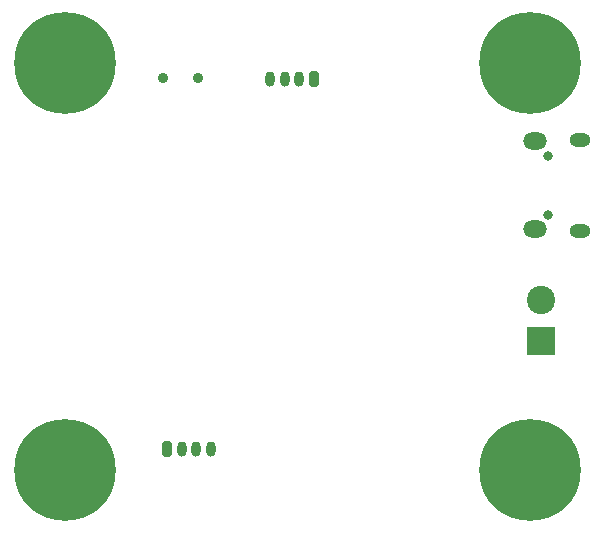
<source format=gbr>
%TF.GenerationSoftware,KiCad,Pcbnew,(6.0.1)*%
%TF.CreationDate,2022-05-18T16:29:04+06:30*%
%TF.ProjectId,STM32_USB_Buck,53544d33-325f-4555-9342-5f4275636b2e,v1.0*%
%TF.SameCoordinates,Original*%
%TF.FileFunction,Soldermask,Bot*%
%TF.FilePolarity,Negative*%
%FSLAX46Y46*%
G04 Gerber Fmt 4.6, Leading zero omitted, Abs format (unit mm)*
G04 Created by KiCad (PCBNEW (6.0.1)) date 2022-05-18 16:29:04*
%MOMM*%
%LPD*%
G01*
G04 APERTURE LIST*
G04 Aperture macros list*
%AMRoundRect*
0 Rectangle with rounded corners*
0 $1 Rounding radius*
0 $2 $3 $4 $5 $6 $7 $8 $9 X,Y pos of 4 corners*
0 Add a 4 corners polygon primitive as box body*
4,1,4,$2,$3,$4,$5,$6,$7,$8,$9,$2,$3,0*
0 Add four circle primitives for the rounded corners*
1,1,$1+$1,$2,$3*
1,1,$1+$1,$4,$5*
1,1,$1+$1,$6,$7*
1,1,$1+$1,$8,$9*
0 Add four rect primitives between the rounded corners*
20,1,$1+$1,$2,$3,$4,$5,0*
20,1,$1+$1,$4,$5,$6,$7,0*
20,1,$1+$1,$6,$7,$8,$9,0*
20,1,$1+$1,$8,$9,$2,$3,0*%
G04 Aperture macros list end*
%ADD10C,0.900000*%
%ADD11C,8.600000*%
%ADD12RoundRect,0.200000X-0.200000X-0.450000X0.200000X-0.450000X0.200000X0.450000X-0.200000X0.450000X0*%
%ADD13O,0.800000X1.300000*%
%ADD14RoundRect,0.200000X0.200000X0.450000X-0.200000X0.450000X-0.200000X-0.450000X0.200000X-0.450000X0*%
%ADD15R,2.400000X2.400000*%
%ADD16C,2.400000*%
%ADD17O,0.800000X0.800000*%
%ADD18O,1.800000X1.150000*%
%ADD19O,2.000000X1.450000*%
G04 APERTURE END LIST*
D10*
%TO.C,H1*%
X166339019Y-90723219D03*
X161778181Y-86162381D03*
X161778181Y-90723219D03*
X167283600Y-88442800D03*
D11*
X164058600Y-88442800D03*
D10*
X164058600Y-85217800D03*
X164058600Y-91667800D03*
X160833600Y-88442800D03*
X166339019Y-86162381D03*
%TD*%
%TO.C,SW1*%
X136000000Y-89670000D03*
X133000000Y-89670000D03*
%TD*%
%TO.C,H3*%
X166339019Y-120655581D03*
X164058600Y-119711000D03*
X161778181Y-120655581D03*
D11*
X164058600Y-122936000D03*
D10*
X160833600Y-122936000D03*
X167283600Y-122936000D03*
X166339019Y-125216419D03*
X164058600Y-126161000D03*
X161778181Y-125216419D03*
%TD*%
D12*
%TO.C,J3*%
X133325000Y-121150000D03*
D13*
X134575000Y-121150000D03*
X135825000Y-121150000D03*
X137075000Y-121150000D03*
%TD*%
D14*
%TO.C,J2*%
X145800000Y-89800000D03*
D13*
X144550000Y-89800000D03*
X143300000Y-89800000D03*
X142050000Y-89800000D03*
%TD*%
D11*
%TO.C,H2*%
X124714000Y-122936000D03*
D10*
X124714000Y-126161000D03*
X124714000Y-119711000D03*
X126994419Y-120655581D03*
X121489000Y-122936000D03*
X126994419Y-125216419D03*
X127939000Y-122936000D03*
X122433581Y-120655581D03*
X122433581Y-125216419D03*
%TD*%
D15*
%TO.C,J5*%
X165035000Y-111960600D03*
D16*
X165035000Y-108460600D03*
%TD*%
D17*
%TO.C,J4*%
X165550000Y-101300000D03*
X165550000Y-96300000D03*
D18*
X168300000Y-94925000D03*
X168300000Y-102675000D03*
D19*
X164500000Y-102525000D03*
X164500000Y-95075000D03*
%TD*%
D10*
%TO.C,H4*%
X122433581Y-86162381D03*
X124714000Y-91667800D03*
X126994419Y-90723219D03*
X124714000Y-85217800D03*
X126994419Y-86162381D03*
D11*
X124714000Y-88442800D03*
D10*
X121489000Y-88442800D03*
X122433581Y-90723219D03*
X127939000Y-88442800D03*
%TD*%
M02*

</source>
